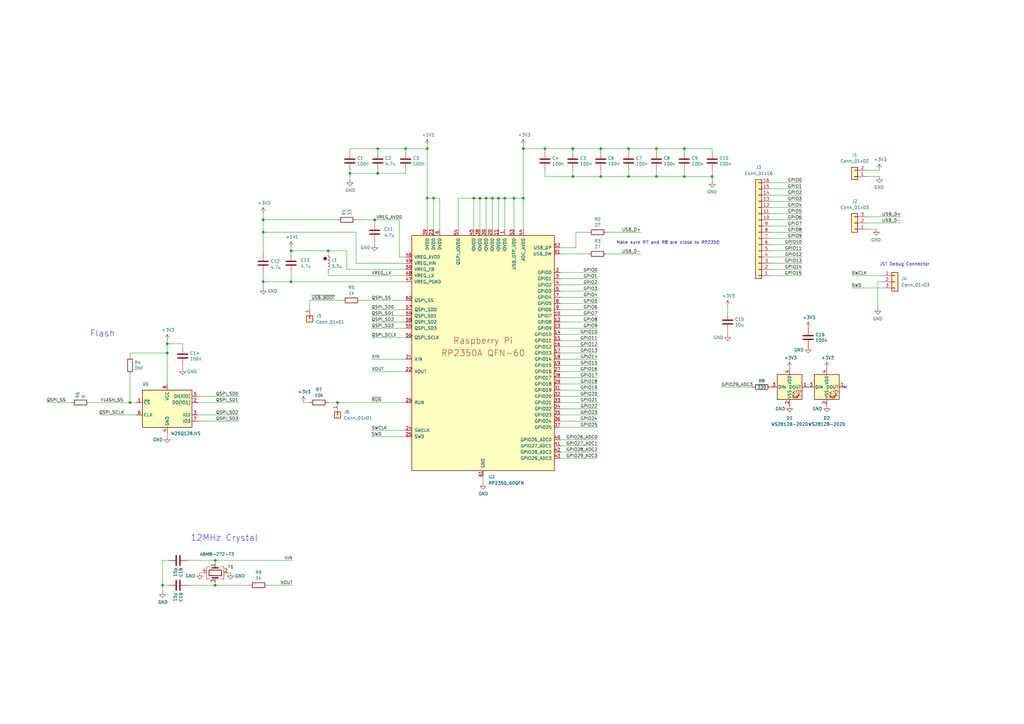
<source format=kicad_sch>
(kicad_sch (version 20230121) (generator eeschema)
  (paper "A3")
  (title_block (title "RP2350A QFN-60 Minimal Design Example") (date "2024-07-01") (rev "REV3") (company "Raspberry Pi Ltd"))
  (lib_symbols
    (symbol "Connector_Generic:Conn_01x01" (pin_names (offset 1.016) hide)
      (property "Reference" "J" (at 0 2.54 0))
      (property "Value" "Conn_01x01" (at 0 -2.54 0))
      (symbol "Conn_01x01_1_1"
        (rectangle (start -1.27 0.127) (end 0 -0.127) (stroke (width 0.1524)))
        (rectangle (start -1.27 1.27) (end 1.27 -1.27) (stroke (width 0.254)) (fill (type background)))
        (pin passive line (at -5.08 0 0) (length 3.81) (name "Pin_1") (number "1"))
      )
    )
    (symbol "Connector_Generic:Conn_01x02" (pin_names (offset 1.016) hide)
      (property "Reference" "J" (at 0 2.54 0))
      (property "Value" "Conn_01x02" (at 0 -5.08 0))
      (symbol "Conn_01x02_1_1"
        (rectangle (start -1.27 -2.413) (end 0 -2.667) (stroke (width 0.1524)))
        (rectangle (start -1.27 0.127) (end 0 -0.127) (stroke (width 0.1524)))
        (rectangle (start -1.27 1.27) (end 1.27 -3.81) (stroke (width 0.254)) (fill (type background)))
        (pin passive line (at -5.08 0 0) (length 3.81) (name "Pin_1") (number "1"))
        (pin passive line (at -5.08 -2.54 0) (length 3.81) (name "Pin_2") (number "2"))
      )
    )
    (symbol "Connector_Generic:Conn_01x03" (pin_names (offset 1.016) hide)
      (property "Reference" "J" (at 0 5.08 0))
      (property "Value" "Conn_01x03" (at 0 -5.08 0))
      (symbol "Conn_01x03_1_1"
        (rectangle (start -1.27 -2.413) (end 0 -2.667) (stroke (width 0.1524)))
        (rectangle (start -1.27 0.127) (end 0 -0.127) (stroke (width 0.1524)))
        (rectangle (start -1.27 2.667) (end 0 2.413) (stroke (width 0.1524)))
        (rectangle (start -1.27 3.81) (end 1.27 -3.81) (stroke (width 0.254)) (fill (type background)))
        (pin passive line (at -5.08 2.54 0) (length 3.81) (name "Pin_1") (number "1"))
        (pin passive line (at -5.08 0 0) (length 3.81) (name "Pin_2") (number "2"))
        (pin passive line (at -5.08 -2.54 0) (length 3.81) (name "Pin_3") (number "3"))
      )
    )
    (symbol "Connector_Generic:Conn_01x16" (pin_names (offset 1.016) hide)
      (property "Reference" "J" (at 0 20.32 0))
      (property "Value" "Conn_01x16" (at 0 -22.86 0))
      (symbol "Conn_01x16_1_1"
        (rectangle (start -1.27 -20.193) (end 0 -20.447) (stroke (width 0.1524)))
        (rectangle (start -1.27 -17.653) (end 0 -17.907) (stroke (width 0.1524)))
        (rectangle (start -1.27 -15.113) (end 0 -15.367) (stroke (width 0.1524)))
        (rectangle (start -1.27 -12.573) (end 0 -12.827) (stroke (width 0.1524)))
        (rectangle (start -1.27 -10.033) (end 0 -10.287) (stroke (width 0.1524)))
        (rectangle (start -1.27 -7.493) (end 0 -7.747) (stroke (width 0.1524)))
        (rectangle (start -1.27 -4.953) (end 0 -5.207) (stroke (width 0.1524)))
        (rectangle (start -1.27 -2.413) (end 0 -2.667) (stroke (width 0.1524)))
        (rectangle (start -1.27 0.127) (end 0 -0.127) (stroke (width 0.1524)))
        (rectangle (start -1.27 2.667) (end 0 2.413) (stroke (width 0.1524)))
        (rectangle (start -1.27 5.207) (end 0 4.953) (stroke (width 0.1524)))
        (rectangle (start -1.27 7.747) (end 0 7.493) (stroke (width 0.1524)))
        (rectangle (start -1.27 10.287) (end 0 10.033) (stroke (width 0.1524)))
        (rectangle (start -1.27 12.827) (end 0 12.573) (stroke (width 0.1524)))
        (rectangle (start -1.27 15.367) (end 0 15.113) (stroke (width 0.1524)))
        (rectangle (start -1.27 17.907) (end 0 17.653) (stroke (width 0.1524)))
        (rectangle (start -1.27 19.05) (end 1.27 -21.59) (stroke (width 0.254)) (fill (type background)))
        (pin passive line (at -5.08 17.78 0) (length 3.81) (name "Pin_1") (number "1"))
        (pin passive line (at -5.08 -5.08 0) (length 3.81) (name "Pin_10") (number "10"))
        (pin passive line (at -5.08 -7.62 0) (length 3.81) (name "Pin_11") (number "11"))
        (pin passive line (at -5.08 -10.16 0) (length 3.81) (name "Pin_12") (number "12"))
        (pin passive line (at -5.08 -12.7 0) (length 3.81) (name "Pin_13") (number "13"))
        (pin passive line (at -5.08 -15.24 0) (length 3.81) (name "Pin_14") (number "14"))
        (pin passive line (at -5.08 -17.78 0) (length 3.81) (name "Pin_15") (number "15"))
        (pin passive line (at -5.08 -20.32 0) (length 3.81) (name "Pin_16") (number "16"))
        (pin passive line (at -5.08 15.24 0) (length 3.81) (name "Pin_2") (number "2"))
        (pin passive line (at -5.08 12.7 0) (length 3.81) (name "Pin_3") (number "3"))
        (pin passive line (at -5.08 10.16 0) (length 3.81) (name "Pin_4") (number "4"))
        (pin passive line (at -5.08 7.62 0) (length 3.81) (name "Pin_5") (number "5"))
        (pin passive line (at -5.08 5.08 0) (length 3.81) (name "Pin_6") (number "6"))
        (pin passive line (at -5.08 2.54 0) (length 3.81) (name "Pin_7") (number "7"))
        (pin passive line (at -5.08 0 0) (length 3.81) (name "Pin_8") (number "8"))
        (pin passive line (at -5.08 -2.54 0) (length 3.81) (name "Pin_9") (number "9"))
      )
    )
    (symbol "Device:C" (pin_numbers hide) (pin_names (offset 0.254))
      (property "Reference" "C" (at 0.635 2.54 0))
      (property "Value" "C" (at 0.635 -2.54 0))
      (symbol "C_0_1"
        (polyline (pts (xy -2.032 -0.762) (xy 2.032 -0.762)) (stroke (width 0.508)))
        (polyline (pts (xy -2.032 0.762) (xy 2.032 0.762)) (stroke (width 0.508)))
      )
      (symbol "C_1_1"
        (pin passive line (at 0 3.81 270) (length 2.794) (name "~") (number "1"))
        (pin passive line (at 0 -3.81 90) (length 2.794) (name "~") (number "2"))
      )
    )
    (symbol "Device:Crystal_GND24" (pin_names (offset 1.016) hide)
      (property "Reference" "Y" (at 3.175 5.08 0))
      (property "Value" "Crystal_GND24" (at 3.175 3.175 0))
      (symbol "Crystal_GND24_0_1"
        (rectangle (start -1.143 2.54) (end 1.143 -2.54) (stroke (width 0.3048)))
        (polyline (pts (xy -2.54 0) (xy -2.032 0)))
        (polyline (pts (xy -2.032 -1.27) (xy -2.032 1.27)) (stroke (width 0.508)))
        (polyline (pts (xy 0 -3.81) (xy 0 -3.556)))
        (polyline (pts (xy 0 3.556) (xy 0 3.81)))
        (polyline (pts (xy 2.032 -1.27) (xy 2.032 1.27)) (stroke (width 0.508)))
        (polyline (pts (xy 2.032 0) (xy 2.54 0)))
        (polyline (pts (xy -2.54 -2.286) (xy -2.54 -3.556) (xy 2.54 -3.556) (xy 2.54 -2.286)))
        (polyline (pts (xy -2.54 2.286) (xy -2.54 3.556) (xy 2.54 3.556) (xy 2.54 2.286)))
      )
      (symbol "Crystal_GND24_1_1"
        (pin passive line (at -3.81 0 0) (length 1.27) (name "1") (number "1"))
        (pin passive line (at 0 5.08 270) (length 1.27) (name "2") (number "2"))
        (pin passive line (at 3.81 0 180) (length 1.27) (name "3") (number "3"))
        (pin passive line (at 0 -5.08 90) (length 1.27) (name "4") (number "4"))
      )
    )
    (symbol "Device:L" (pin_numbers hide) (pin_names (offset 1.016) hide)
      (property "Reference" "L" (at -1.27 0 90))
      (property "Value" "L" (at 1.905 0 90))
      (symbol "L_0_1"
        (arc (start 0 -2.54) (mid 0.6323 -1.905) (end 0 -1.27))
        (arc (start 0 -1.27) (mid 0.6323 -0.635) (end 0 0))
        (arc (start 0 0) (mid 0.6323 0.635) (end 0 1.27))
        (arc (start 0 1.27) (mid 0.6323 1.905) (end 0 2.54))
      )
      (symbol "L_1_1"
        (pin passive line (at 0 3.81 270) (length 1.27) (name "1") (number "1"))
        (pin passive line (at 0 -3.81 90) (length 1.27) (name "2") (number "2"))
      )
    )
    (symbol "Device:R" (pin_numbers hide) (pin_names (offset 0))
      (property "Reference" "R" (at 2.032 0 90))
      (property "Value" "R" (at 0 0 90))
      (symbol "R_0_1"
        (rectangle (start -1.016 -2.54) (end 1.016 2.54) (stroke (width 0.254)))
      )
      (symbol "R_1_1"
        (pin passive line (at 0 3.81 270) (length 1.27) (name "~") (number "1"))
        (pin passive line (at 0 -3.81 90) (length 1.27) (name "~") (number "2"))
      )
    )
    (symbol "LED:WS2812B-2020" (pin_names (offset 0.254))
      (property "Reference" "D" (at 5.08 5.715 0))
      (property "Value" "WS2812B-2020" (at 1.27 -5.715 0))
      (symbol "WS2812B-2020_0_0"
        (text "RGB" (at 2.286 -4.191 0) (effects (font (size 0.762 0.762))))
      )
      (symbol "WS2812B-2020_0_1"
        (polyline (pts (xy 1.27 -3.556) (xy 1.778 -3.556)))
        (polyline (pts (xy 1.27 -2.54) (xy 1.778 -2.54)))
        (polyline (pts (xy 4.699 -3.556) (xy 2.667 -3.556)))
        (polyline (pts (xy 2.286 -2.54) (xy 1.27 -3.556) (xy 1.27 -3.048)))
        (polyline (pts (xy 2.286 -1.524) (xy 1.27 -2.54) (xy 1.27 -2.032)))
        (polyline (pts (xy 3.683 -1.016) (xy 3.683 -3.556) (xy 3.683 -4.064)))
        (polyline (pts (xy 4.699 -1.524) (xy 2.667 -1.524) (xy 3.683 -3.556) (xy 4.699 -1.524)))
        (rectangle (start 5.08 5.08) (end -5.08 -5.08) (stroke (width 0.254)) (fill (type background)))
      )
      (symbol "WS2812B-2020_1_1"
        (pin output line (at 7.62 0 180) (length 2.54) (name "DOUT") (number "1"))
        (pin power_in line (at 0 -7.62 90) (length 2.54) (name "VSS") (number "2"))
        (pin input line (at -7.62 0 0) (length 2.54) (name "DIN") (number "3"))
        (pin power_in line (at 0 7.62 270) (length 2.54) (name "VDD") (number "4"))
      )
    )
    (symbol "MCU_RaspberryPi_RP2350:RP2350_60QFN" (pin_names (offset 1.016))
      (property "Reference" "U" (at -29.21 49.53 0))
      (property "Value" "RP2350_60QFN" (at 24.13 -49.53 0))
      (symbol "RP2350_60QFN_0_0"
        (text "Raspberry Pi" (at 0 5.08 0) (effects (font (size 2.54 2.54))))
      )
      (symbol "RP2350_60QFN_0_1"
        (rectangle (start 29.21 48.26) (end -29.21 -48.26) (stroke (width 0.254)) (fill (type background)))
      )
      (symbol "RP2350_60QFN_1_0"
        (text "RP2350A QFN-60" (at 0 0 0) (effects (font (size 2.54 2.54))))
      )
      (symbol "RP2350_60QFN_1_1"
        (pin power_in line (at 8.89 50.8 270) (length 2.54) (name "IOVDD") (number "1"))
        (pin bidirectional line (at 31.75 15.24 180) (length 2.54) (name "GPIO7") (number "10"))
        (pin power_in line (at 6.35 50.8 270) (length 2.54) (name "IOVDD") (number "11"))
        (pin bidirectional line (at 31.75 12.7 180) (length 2.54) (name "GPIO8") (number "12"))
        (pin bidirectional line (at 31.75 10.16 180) (length 2.54) (name "GPIO9") (number "13"))
        (pin bidirectional line (at 31.75 7.62 180) (length 2.54) (name "GPIO10") (number "14"))
        (pin bidirectional line (at 31.75 5.08 180) (length 2.54) (name "GPIO11") (number "15"))
        (pin bidirectional line (at 31.75 2.54 180) (length 2.54) (name "GPIO12") (number "16"))
        (pin bidirectional line (at 31.75 0 180) (length 2.54) (name "GPIO13") (number "17"))
        (pin bidirectional line (at 31.75 -2.54 180) (length 2.54) (name "GPIO14") (number "18"))
        (pin bidirectional line (at 31.75 -5.08 180) (length 2.54) (name "GPIO15") (number "19"))
        (pin bidirectional line (at 31.75 33.02 180) (length 2.54) (name "GPIO0") (number "2"))
        (pin power_in line (at 3.81 50.8 270) (length 2.54) (name "IOVDD") (number "20"))
        (pin input line (at -31.75 -2.54 0) (length 2.54) (name "XIN") (number "21"))
        (pin passive line (at -31.75 -7.62 0) (length 2.54) (name "XOUT") (number "22"))
        (pin power_in line (at -20.32 50.8 270) (length 2.54) (name "DVDD") (number "23"))
        (pin output line (at -31.75 -31.75 0) (length 2.54) (name "SWCLK") (number "24"))
        (pin bidirectional line (at -31.75 -34.29 0) (length 2.54) (name "SWD") (number "25"))
        (pin input line (at -31.75 -20.32 0) (length 2.54) (name "RUN") (number "26"))
        (pin bidirectional line (at 31.75 -7.62 180) (length 2.54) (name "GPIO16") (number "27"))
        (pin bidirectional line (at 31.75 -10.16 180) (length 2.54) (name "GPIO17") (number "28"))
        (pin bidirectional line (at 31.75 -12.7 180) (length 2.54) (name "GPIO18") (number "29"))
        (pin bidirectional line (at 31.75 30.48 180) (length 2.54) (name "GPIO1") (number "3"))
        (pin power_in line (at 1.27 50.8 270) (length 2.54) (name "IOVDD") (number "30"))
        (pin bidirectional line (at 31.75 -15.24 180) (length 2.54) (name "GPIO19") (number "31"))
        (pin bidirectional line (at 31.75 -17.78 180) (length 2.54) (name "GPIO20") (number "32"))
        (pin bidirectional line (at 31.75 -20.32 180) (length 2.54) (name "GPIO21") (number "33"))
        (pin bidirectional line (at 31.75 -22.86 180) (length 2.54) (name "GPIO22") (number "34"))
        (pin bidirectional line (at 31.75 -25.4 180) (length 2.54) (name "GPIO23") (number "35"))
        (pin bidirectional line (at 31.75 -27.94 180) (length 2.54) (name "GPIO24") (number "36"))
        (pin bidirectional line (at 31.75 -30.48 180) (length 2.54) (name "GPIO25") (number "37"))
        (pin power_in line (at -1.27 50.8 270) (length 2.54) (name "IOVDD") (number "38"))
        (pin power_in line (at -22.86 50.8 270) (length 2.54) (name "DVDD") (number "39"))
        (pin bidirectional line (at 31.75 27.94 180) (length 2.54) (name "GPIO2") (number "4"))
        (pin bidirectional line (at 31.75 -35.56 180) (length 2.54) (name "GPIO26_ADC0") (number "40"))
        (pin bidirectional line (at 31.75 -38.1 180) (length 2.54) (name "GPIO27_ADC1") (number "41"))
        (pin bidirectional line (at 31.75 -40.64 180) (length 2.54) (name "GPIO28_ADC2") (number "42"))
        (pin bidirectional line (at 31.75 -43.18 180) (length 2.54) (name "GPIO29_ADC3") (number "43"))
        (pin power_in line (at 16.51 50.8 270) (length 2.54) (name "ADC_AVDD") (number "44"))
        (pin power_in line (at -3.81 50.8 270) (length 2.54) (name "IOVDD") (number "45"))
        (pin power_in line (at -31.75 39.37 0) (length 2.54) (name "VREG_AVDD") (number "46"))
        (pin power_in line (at -31.75 29.21 0) (length 2.54) (name "VREG_PGND") (number "47"))
        (pin power_out line (at -31.75 31.75 0) (length 2.54) (name "VREG_LX") (number "48"))
        (pin power_in line (at -31.75 36.83 0) (length 2.54) (name "VREG_VIN") (number "49"))
        (pin bidirectional line (at 31.75 25.4 180) (length 2.54) (name "GPIO3") (number "5"))
        (pin input line (at -31.75 34.29 0) (length 2.54) (name "VREG_FB") (number "50"))
        (pin bidirectional line (at 31.75 40.64 180) (length 2.54) (name "USB_DM") (number "51"))
        (pin bidirectional line (at 31.75 43.18 180) (length 2.54) (name "USB_DP") (number "52"))
        (pin power_in line (at 12.7 50.8 270) (length 2.54) (name "USB_OTP_VDD") (number "53"))
        (pin power_in line (at -10.16 50.8 270) (length 2.54) (name "QSPI_IOVDD") (number "54"))
        (pin bidirectional line (at -31.75 10.16 0) (length 2.54) (name "QSPI_SD3") (number "55"))
        (pin output line (at -31.75 6.35 0) (length 2.54) (name "QSPI_SCLK") (number "56"))
        (pin bidirectional line (at -31.75 17.78 0) (length 2.54) (name "QSPI_SD0") (number "57"))
        (pin bidirectional line (at -31.75 12.7 0) (length 2.54) (name "QSPI_SD2") (number "58"))
        (pin bidirectional line (at -31.75 15.24 0) (length 2.54) (name "QSPI_SD1") (number "59"))
        (pin power_in line (at -17.78 50.8 270) (length 2.54) (name "DVDD") (number "6"))
        (pin bidirectional line (at -31.75 21.59 0) (length 2.54) (name "QSPI_SS") (number "60"))
        (pin power_in line (at 0 -50.8 90) (length 2.54) (name "GND") (number "61"))
        (pin bidirectional line (at 31.75 22.86 180) (length 2.54) (name "GPIO4") (number "7"))
        (pin bidirectional line (at 31.75 20.32 180) (length 2.54) (name "GPIO5") (number "8"))
        (pin bidirectional line (at 31.75 17.78 180) (length 2.54) (name "GPIO6") (number "9"))
      )
    )
    (symbol "RP2350A_chip_board-rescue:W25Q128JVS-Memory_Flash"
      (property "Reference" "U" (at -8.89 8.89 0))
      (property "Value" "Memory_Flash_W25Q128JVS" (at 7.62 8.89 0))
      (symbol "W25Q128JVS-Memory_Flash_0_1"
        (rectangle (start -10.16 7.62) (end 10.16 -7.62) (stroke (width 0.254)) (fill (type background)))
      )
      (symbol "W25Q128JVS-Memory_Flash_1_1"
        (pin input line (at -12.7 2.54 0) (length 2.54) (name "~{CS}") (number "1"))
        (pin bidirectional line (at 12.7 2.54 180) (length 2.54) (name "DO(IO1)") (number "2"))
        (pin bidirectional line (at 12.7 -2.54 180) (length 2.54) (name "IO2") (number "3"))
        (pin power_in line (at 0 -10.16 90) (length 2.54) (name "GND") (number "4"))
        (pin bidirectional line (at 12.7 5.08 180) (length 2.54) (name "DI(IO0)") (number "5"))
        (pin input line (at -12.7 -2.54 0) (length 2.54) (name "CLK") (number "6"))
        (pin bidirectional line (at 12.7 -5.08 180) (length 2.54) (name "IO3") (number "7"))
        (pin power_in line (at 0 10.16 270) (length 2.54) (name "VCC") (number "8"))
      )
    )
    (symbol "power:+1V1" (power) (pin_names (offset 0))
      (property "Value" "+1V1" (at 0 3.556 0))
      (symbol "+1V1_0_1"
        (polyline (pts (xy -0.762 1.27) (xy 0 2.54)))
        (polyline (pts (xy 0 0) (xy 0 2.54)))
        (polyline (pts (xy 0 2.54) (xy 0.762 1.27)))
      )
      (symbol "+1V1_1_1"
        (pin power_in line (at 0 0 90) (length 0) hide (name "+1V1") (number "1"))
      )
    )
    (symbol "power:+3V3" (power) (pin_names (offset 0))
      (property "Value" "+3V3" (at 0 3.556 0))
      (symbol "+3V3_0_1"
        (polyline (pts (xy -0.762 1.27) (xy 0 2.54)))
        (polyline (pts (xy 0 0) (xy 0 2.54)))
        (polyline (pts (xy 0 2.54) (xy 0.762 1.27)))
      )
      (symbol "+3V3_1_1"
        (pin power_in line (at 0 0 90) (length 0) hide (name "+3V3") (number "1"))
      )
    )
    (symbol "power:GND" (power) (pin_names (offset 0))
      (property "Value" "GND" (at 0 -3.81 0))
      (symbol "GND_0_1"
        (polyline (pts (xy 0 0) (xy 0 -1.27) (xy 1.27 -1.27) (xy 0 -2.54) (xy -1.27 -1.27) (xy 0 -1.27)))
      )
      (symbol "GND_1_1"
        (pin power_in line (at 0 0 270) (length 0) hide (name "GND") (number "1"))
      )
    )
  )
  (junction (at 257.81 60.96))
  (junction (at 153.67 90.17))
  (junction (at 119.38 102.87))
  (junction (at 194.31 81.28))
  (junction (at 280.67 72.39))
  (junction (at 175.26 81.28))
  (junction (at 138.43 165.1))
  (junction (at 154.94 71.12))
  (junction (at 214.63 60.96))
  (junction (at 196.85 81.28))
  (junction (at 88.265 229.87))
  (junction (at 134.62 102.87))
  (junction (at 119.38 115.57))
  (junction (at 223.52 60.96))
  (junction (at 210.82 81.28))
  (junction (at 66.675 240.03))
  (junction (at 154.94 60.96))
  (junction (at 207.01 81.28))
  (junction (at 269.24 72.39))
  (junction (at 292.1 72.39))
  (junction (at 246.38 72.39))
  (junction (at 204.47 81.28))
  (junction (at 68.58 140.97))
  (junction (at 199.39 81.28))
  (junction (at 175.26 60.96))
  (junction (at 68.58 144.78))
  (junction (at 107.95 115.57))
  (junction (at 280.67 60.96))
  (junction (at 257.81 72.39))
  (junction (at 269.24 60.96))
  (junction (at 166.37 60.96))
  (junction (at 234.95 60.96))
  (junction (at 88.265 240.03))
  (junction (at 234.95 72.39))
  (junction (at 214.63 81.28))
  (junction (at 107.95 90.17))
  (junction (at 177.8 81.28))
  (junction (at 246.38 60.96))
  (junction (at 53.34 165.1))
  (junction (at 201.93 81.28))
  (junction (at 107.95 95.25))
  (junction (at 143.51 71.12))
  (no_connect (at 346.71 158.75))
  (wire (pts (xy 229.87 127) (xy 245.11 127)))
  (wire (pts (xy 153.67 100.33) (xy 153.67 99.06)))
  (wire (pts (xy 146.05 95.25) (xy 146.05 107.95)))
  (wire (pts (xy 229.87 185.42) (xy 245.11 185.42)))
  (wire (pts (xy 360.045 115.57) (xy 360.045 126.365)))
  (wire (pts (xy 154.94 60.96) (xy 166.37 60.96)))
  (wire (pts (xy 229.87 129.54) (xy 245.11 129.54)))
  (wire (pts (xy 360.68 72.39) (xy 355.6 72.39)))
  (wire (pts (xy 88.265 231.14) (xy 88.265 229.87)))
  (wire (pts (xy 234.95 62.23) (xy 234.95 60.96)))
  (wire (pts (xy 234.95 69.85) (xy 234.95 72.39)))
  (wire (pts (xy 163.83 90.17) (xy 163.83 105.41)))
  (wire (pts (xy 207.01 81.28) (xy 210.82 81.28)))
  (wire (pts (xy 154.94 62.23) (xy 154.94 60.96)))
  (wire (pts (xy 166.37 138.43) (xy 152.4 138.43)))
  (wire (pts (xy 154.94 71.12) (xy 166.37 71.12)))
  (wire (pts (xy 229.87 167.64) (xy 245.11 167.64)))
  (wire (pts (xy 229.87 111.76) (xy 245.11 111.76)))
  (wire (pts (xy 143.51 69.85) (xy 143.51 71.12)))
  (wire (pts (xy 153.67 90.17) (xy 163.83 90.17)))
  (wire (pts (xy 229.87 162.56) (xy 245.11 162.56)))
  (wire (pts (xy 246.38 62.23) (xy 246.38 60.96)))
  (wire (pts (xy 127 123.19) (xy 127 125.73)))
  (wire (pts (xy 166.37 176.53) (xy 152.4 176.53)))
  (wire (pts (xy 107.95 90.17) (xy 107.95 95.25)))
  (wire (pts (xy 223.52 62.23) (xy 223.52 60.96)))
  (wire (pts (xy 88.265 240.03) (xy 102.235 240.03)))
  (wire (pts (xy 328.93 77.47) (xy 316.23 77.47)))
  (wire (pts (xy 223.52 69.85) (xy 223.52 72.39)))
  (wire (pts (xy 107.95 95.25) (xy 146.05 95.25)))
  (wire (pts (xy 107.95 95.25) (xy 107.95 104.14)))
  (wire (pts (xy 328.93 102.87) (xy 316.23 102.87)))
  (wire (pts (xy 360.68 69.85) (xy 355.6 69.85)))
  (wire (pts (xy 66.675 240.03) (xy 66.675 242.57)))
  (wire (pts (xy 199.39 93.98) (xy 199.39 81.28)))
  (wire (pts (xy 187.96 93.98) (xy 187.96 81.28)))
  (wire (pts (xy 328.93 105.41) (xy 316.23 105.41)))
  (wire (pts (xy 40.64 170.18) (xy 55.88 170.18)))
  (wire (pts (xy 68.58 139.7) (xy 68.58 140.97)))
  (wire (pts (xy 66.675 229.87) (xy 66.675 240.03)))
  (wire (pts (xy 210.82 81.28) (xy 214.63 81.28)))
  (wire (pts (xy 257.81 60.96) (xy 269.24 60.96)))
  (wire (pts (xy 69.215 229.87) (xy 66.675 229.87)))
  (wire (pts (xy 153.67 90.17) (xy 153.67 91.44)))
  (wire (pts (xy 269.24 72.39) (xy 257.81 72.39)))
  (wire (pts (xy 229.87 175.26) (xy 245.11 175.26)))
  (wire (pts (xy 328.93 87.63) (xy 316.23 87.63)))
  (wire (pts (xy 201.93 81.28) (xy 204.47 81.28)))
  (wire (pts (xy 328.93 110.49) (xy 316.23 110.49)))
  (wire (pts (xy 234.95 72.39) (xy 223.52 72.39)))
  (wire (pts (xy 269.24 69.85) (xy 269.24 72.39)))
  (wire (pts (xy 175.26 60.96) (xy 175.26 81.28)))
  (wire (pts (xy 196.85 81.28) (xy 199.39 81.28)))
  (wire (pts (xy 229.87 139.7) (xy 245.11 139.7)))
  (wire (pts (xy 201.93 93.98) (xy 201.93 81.28)))
  (wire (pts (xy 53.34 144.78) (xy 68.58 144.78)))
  (wire (pts (xy 146.05 107.95) (xy 166.37 107.95)))
  (wire (pts (xy 199.39 81.28) (xy 201.93 81.28)))
  (wire (pts (xy 328.93 80.01) (xy 316.23 80.01)))
  (wire (pts (xy 107.95 87.63) (xy 107.95 90.17)))
  (wire (pts (xy 107.95 115.57) (xy 119.38 115.57)))
  (wire (pts (xy 229.87 132.08) (xy 245.11 132.08)))
  (wire (pts (xy 127 165.1) (xy 124.46 165.1)))
  (wire (pts (xy 234.95 60.96) (xy 246.38 60.96)))
  (wire (pts (xy 53.34 146.05) (xy 53.34 144.78)))
  (wire (pts (xy 119.38 104.14) (xy 119.38 102.87)))
  (wire (pts (xy 229.87 114.3) (xy 245.11 114.3)))
  (wire (pts (xy 81.28 172.72) (xy 97.79 172.72)))
  (wire (pts (xy 166.37 123.19) (xy 147.955 123.19)))
  (wire (pts (xy 143.51 62.23) (xy 143.51 60.96)))
  (wire (pts (xy 107.95 111.76) (xy 107.95 115.57)))
  (wire (pts (xy 328.93 82.55) (xy 316.23 82.55)))
  (wire (pts (xy 166.37 110.49) (xy 142.24 110.49)))
  (wire (pts (xy 53.34 153.67) (xy 53.34 165.1)))
  (wire (pts (xy 68.58 177.8) (xy 68.58 179.07)))
  (wire (pts (xy 229.87 172.72) (xy 245.11 172.72)))
  (wire (pts (xy 140.335 123.19) (xy 127 123.19)))
  (wire (pts (xy 349.25 118.11) (xy 361.95 118.11)))
  (wire (pts (xy 229.87 187.96) (xy 245.11 187.96)))
  (wire (pts (xy 248.92 104.14) (xy 262.89 104.14)))
  (wire (pts (xy 175.26 81.28) (xy 175.26 93.98)))
  (wire (pts (xy 359.41 93.98) (xy 355.6 93.98)))
  (wire (pts (xy 328.93 74.93) (xy 316.23 74.93)))
  (wire (pts (xy 53.34 165.1) (xy 55.88 165.1)))
  (wire (pts (xy 214.63 81.28) (xy 214.63 93.98)))
  (wire (pts (xy 119.38 101.6) (xy 119.38 102.87)))
  (wire (pts (xy 109.855 240.03) (xy 120.015 240.03)))
  (wire (pts (xy 76.835 240.03) (xy 88.265 240.03)))
  (wire (pts (xy 119.38 115.57) (xy 166.37 115.57)))
  (wire (pts (xy 107.95 115.57) (xy 107.95 118.11)))
  (wire (pts (xy 69.215 240.03) (xy 66.675 240.03)))
  (wire (pts (xy 107.95 90.17) (xy 138.43 90.17)))
  (wire (pts (xy 68.58 144.78) (xy 68.58 157.48)))
  (wire (pts (xy 143.51 71.12) (xy 143.51 73.66)))
  (wire (pts (xy 204.47 81.28) (xy 207.01 81.28)))
  (wire (pts (xy 19.05 165.1) (xy 29.21 165.1)))
  (wire (pts (xy 328.93 113.03) (xy 316.23 113.03)))
  (wire (pts (xy 229.87 170.18) (xy 245.11 170.18)))
  (wire (pts (xy 154.94 69.85) (xy 154.94 71.12)))
  (wire (pts (xy 269.24 60.96) (xy 280.67 60.96)))
  (wire (pts (xy 328.93 92.71) (xy 316.23 92.71)))
  (wire (pts (xy 68.58 140.97) (xy 68.58 144.78)))
  (wire (pts (xy 292.1 69.85) (xy 292.1 72.39)))
  (wire (pts (xy 36.83 165.1) (xy 53.34 165.1)))
  (wire (pts (xy 81.28 170.18) (xy 97.79 170.18)))
  (wire (pts (xy 152.4 147.32) (xy 166.37 147.32)))
  (wire (pts (xy 198.12 195.58) (xy 198.12 198.12)))
  (wire (pts (xy 152.4 132.08) (xy 166.37 132.08)))
  (wire (pts (xy 81.915 234.95) (xy 83.185 234.95)))
  (wire (pts (xy 180.34 81.28) (xy 180.34 93.98)))
  (wire (pts (xy 194.31 93.98) (xy 194.31 81.28)))
  (wire (pts (xy 229.87 182.88) (xy 245.11 182.88)))
  (wire (pts (xy 229.87 116.84) (xy 245.11 116.84)))
  (wire (pts (xy 143.51 60.96) (xy 154.94 60.96)))
  (wire (pts (xy 142.24 110.49) (xy 142.24 102.87)))
  (wire (pts (xy 316.23 90.17) (xy 328.93 90.17)))
  (wire (pts (xy 74.93 140.97) (xy 68.58 140.97)))
  (wire (pts (xy 229.87 137.16) (xy 245.11 137.16)))
  (wire (pts (xy 280.67 62.23) (xy 280.67 60.96)))
  (wire (pts (xy 152.4 127) (xy 166.37 127)))
  (wire (pts (xy 236.22 95.25) (xy 236.22 101.6)))
  (wire (pts (xy 229.87 144.78) (xy 245.11 144.78)))
  (wire (pts (xy 257.81 69.85) (xy 257.81 72.39)))
  (wire (pts (xy 214.63 59.69) (xy 214.63 60.96)))
  (wire (pts (xy 257.81 62.23) (xy 257.81 60.96)))
  (wire (pts (xy 229.87 154.94) (xy 245.11 154.94)))
  (wire (pts (xy 146.05 90.17) (xy 153.67 90.17)))
  (wire (pts (xy 152.4 129.54) (xy 166.37 129.54)))
  (wire (pts (xy 152.4 134.62) (xy 166.37 134.62)))
  (wire (pts (xy 269.24 62.23) (xy 269.24 60.96)))
  (wire (pts (xy 229.87 134.62) (xy 245.11 134.62)))
  (wire (pts (xy 134.62 165.1) (xy 138.43 165.1)))
  (wire (pts (xy 280.67 72.39) (xy 269.24 72.39)))
  (wire (pts (xy 74.93 142.24) (xy 74.93 140.97)))
  (wire (pts (xy 298.45 125.73) (xy 298.45 128.27)))
  (wire (pts (xy 166.37 60.96) (xy 175.26 60.96)))
  (wire (pts (xy 229.87 160.02) (xy 245.11 160.02)))
  (wire (pts (xy 246.38 60.96) (xy 257.81 60.96)))
  (wire (pts (xy 257.81 72.39) (xy 246.38 72.39)))
  (wire (pts (xy 214.63 60.96) (xy 223.52 60.96)))
  (wire (pts (xy 134.62 113.03) (xy 166.37 113.03)))
  (wire (pts (xy 119.38 111.76) (xy 119.38 115.57)))
  (wire (pts (xy 229.87 149.86) (xy 245.11 149.86)))
  (wire (pts (xy 119.38 102.87) (xy 134.62 102.87)))
  (wire (pts (xy 246.38 69.85) (xy 246.38 72.39)))
  (wire (pts (xy 166.37 179.07) (xy 152.4 179.07)))
  (wire (pts (xy 236.22 95.25) (xy 241.3 95.25)))
  (wire (pts (xy 177.8 81.28) (xy 180.34 81.28)))
  (wire (pts (xy 93.345 234.95) (xy 94.615 234.95)))
  (wire (pts (xy 196.85 93.98) (xy 196.85 81.28)))
  (wire (pts (xy 229.87 165.1) (xy 245.11 165.1)))
  (wire (pts (xy 248.92 95.25) (xy 262.89 95.25)))
  (wire (pts (xy 210.82 93.98) (xy 210.82 81.28)))
  (wire (pts (xy 175.26 59.69) (xy 175.26 60.96)))
  (wire (pts (xy 349.25 113.03) (xy 361.95 113.03)))
  (wire (pts (xy 229.87 119.38) (xy 245.11 119.38)))
  (wire (pts (xy 280.67 72.39) (xy 292.1 72.39)))
  (wire (pts (xy 292.1 72.39) (xy 292.1 74.295)))
  (wire (pts (xy 134.62 113.03) (xy 134.62 111.76)))
  (wire (pts (xy 328.93 85.09) (xy 316.23 85.09)))
  (wire (pts (xy 295.91 158.75) (xy 308.61 158.75)))
  (wire (pts (xy 229.87 157.48) (xy 245.11 157.48)))
  (wire (pts (xy 355.6 91.44) (xy 369.57 91.44)))
  (wire (pts (xy 229.87 180.34) (xy 245.11 180.34)))
  (wire (pts (xy 280.67 60.96) (xy 292.1 60.96)))
  (wire (pts (xy 328.93 97.79) (xy 316.23 97.79)))
  (wire (pts (xy 194.31 81.28) (xy 196.85 81.28)))
  (wire (pts (xy 204.47 93.98) (xy 204.47 81.28)))
  (wire (pts (xy 229.87 152.4) (xy 245.11 152.4)))
  (wire (pts (xy 134.62 102.87) (xy 134.62 104.14)))
  (wire (pts (xy 229.87 147.32) (xy 245.11 147.32)))
  (wire (pts (xy 166.37 62.23) (xy 166.37 60.96)))
  (wire (pts (xy 229.87 101.6) (xy 236.22 101.6)))
  (wire (pts (xy 316.23 100.33) (xy 328.93 100.33)))
  (wire (pts (xy 246.38 72.39) (xy 234.95 72.39)))
  (wire (pts (xy 143.51 71.12) (xy 154.94 71.12)))
  (wire (pts (xy 187.96 81.28) (xy 194.31 81.28)))
  (wire (pts (xy 177.8 81.28) (xy 175.26 81.28)))
  (wire (pts (xy 207.01 81.28) (xy 207.01 93.98)))
  (wire (pts (xy 361.95 115.57) (xy 360.045 115.57)))
  (wire (pts (xy 88.265 229.87) (xy 120.015 229.87)))
  (wire (pts (xy 229.87 104.14) (xy 241.3 104.14)))
  (wire (pts (xy 142.24 102.87) (xy 134.62 102.87)))
  (wire (pts (xy 355.6 88.9) (xy 369.57 88.9)))
  (wire (pts (xy 88.265 238.76) (xy 88.265 240.03)))
  (wire (pts (xy 229.87 124.46) (xy 245.11 124.46)))
  (wire (pts (xy 229.87 142.24) (xy 245.11 142.24)))
  (wire (pts (xy 214.63 60.96) (xy 214.63 81.28)))
  (wire (pts (xy 229.87 121.92) (xy 245.11 121.92)))
  (wire (pts (xy 163.83 105.41) (xy 166.37 105.41)))
  (wire (pts (xy 298.45 135.89) (xy 298.45 137.16)))
  (wire (pts (xy 81.28 162.56) (xy 97.79 162.56)))
  (wire (pts (xy 223.52 60.96) (xy 234.95 60.96)))
  (wire (pts (xy 166.37 152.4) (xy 152.4 152.4)))
  (wire (pts (xy 328.93 107.95) (xy 316.23 107.95)))
  (wire (pts (xy 292.1 62.23) (xy 292.1 60.96)))
  (wire (pts (xy 76.835 229.87) (xy 88.265 229.87)))
  (wire (pts (xy 81.28 165.1) (xy 97.79 165.1)))
  (wire (pts (xy 328.93 95.25) (xy 316.23 95.25)))
  (wire (pts (xy 166.37 71.12) (xy 166.37 69.85)))
  (wire (pts (xy 177.8 93.98) (xy 177.8 81.28)))
  (wire (pts (xy 138.43 165.1) (xy 166.37 165.1)))
  (wire (pts (xy 280.67 69.85) (xy 280.67 72.39)))
  (wire (pts (xy 74.93 149.86) (xy 74.93 151.13)))
  (circle (center 133.35 106.045) (radius 0.635) (stroke (width 0) (color 132 0 0 1)) (fill (type color) (color 132 0 0 1)))
  (text "JST Debug Connector" (at 360.68 109.22 0) (effects (font (size 1.27 1.27)) (justify left bottom)))
  (text "Flash" (at 36.83 138.43 0) (effects (font (size 2.54 2.54)) (justify left bottom)))
  (text "Make sure R7 and R8 are close to RP2350\n" (at 252.73 100.33 0) (effects (font (size 1.27 1.27)) (justify left bottom)))
  (text "12MHz Crystal" (at 78.105 222.25 0) (effects (font (size 2.54 2.54)) (justify left bottom)))
  (label "XIN" (at 152.4 147.32 0))
  (label "USB_D+" (at 262.89 95.25 180))
  (label "GPIO2" (at 328.93 80.01 180))
  (label "GPIO7" (at 328.93 92.71 180))
  (label "GPIO26_ADC0" (at 245.11 180.34 180))
  (label "QSPI_SS" (at 19.05 165.1 0))
  (label "GPIO15" (at 328.93 113.03 180))
  (label "GPIO4" (at 328.93 85.09 180))
  (label "XOUT" (at 152.4 152.4 0))
  (label "GPIO2" (at 245.11 116.84 180))
  (label "GPIO1" (at 245.11 114.3 180))
  (label "GPIO29_ADC3" (at 295.91 158.75 0))
  (label "USB_D+" (at 369.57 88.9 180))
  (label "GPIO8" (at 328.93 95.25 180))
  (label "QSPI_SD2" (at 97.79 170.18 180))
  (label "FLASH_SS" (at 41.275 165.1 0))
  (label "USB_D-" (at 369.57 91.44 180))
  (label "GPIO0" (at 245.11 111.76 180))
  (label "GPIO14" (at 245.11 147.32 180))
  (label "~{RUN}" (at 152.4 165.1 0))
  (label "GPIO14" (at 328.93 110.49 180))
  (label "GPIO1" (at 328.93 77.47 180))
  (label "QSPI_SD0" (at 152.4 127 0))
  (label "QSPI_SD0" (at 97.79 162.56 180))
  (label "QSPI_SS" (at 152.4 123.19 0))
  (label "SWCLK" (at 152.4 176.53 0))
  (label "GPIO25" (at 245.11 175.26 180))
  (label "SWCLK" (at 349.25 113.03 0))
  (label "QSPI_SD3" (at 97.79 172.72 180))
  (label "GPIO24" (at 245.11 172.72 180))
  (label "GPIO4" (at 245.11 121.92 180))
  (label "XOUT" (at 120.015 240.03 180))
  (label "GPIO5" (at 245.11 124.46 180))
  (label "QSPI_SD2" (at 152.4 132.08 0))
  (label "GPIO19" (at 245.11 160.02 180))
  (label "GPIO5" (at 328.93 87.63 180))
  (label "GPIO9" (at 328.93 97.79 180))
  (label "USB_D-" (at 262.89 104.14 180))
  (label "GPIO8" (at 245.11 132.08 180))
  (label "GPIO6" (at 328.93 90.17 180))
  (label "~{USB_BOOT}" (at 127.635 123.19 0))
  (label "XIN" (at 120.015 229.87 180))
  (label "GPIO10" (at 245.11 137.16 180))
  (label "VREG_AVDD" (at 154.305 90.17 0))
  (label "GPIO18" (at 245.11 157.48 180))
  (label "GPIO9" (at 245.11 134.62 180))
  (label "GPIO20" (at 245.11 162.56 180))
  (label "GPIO12" (at 245.11 142.24 180))
  (label "GPIO10" (at 328.93 100.33 180))
  (label "GPIO22" (at 245.11 167.64 180))
  (label "QSPI_SD1" (at 152.4 129.54 0))
  (label "GPIO13" (at 328.93 107.95 180))
  (label "QSPI_SCLK" (at 152.4 138.43 0))
  (label "QSPI_SCLK" (at 40.64 170.18 0))
  (label "GPIO11" (at 328.93 102.87 180))
  (label "GPIO13" (at 245.11 144.78 180))
  (label "GPIO17" (at 245.11 154.94 180))
  (label "GPIO12" (at 328.93 105.41 180))
  (label "GPIO29_ADC3" (at 245.11 187.96 180))
  (label "GPIO28_ADC2" (at 245.11 185.42 180))
  (label "GPIO0" (at 328.93 74.93 180))
  (label "SWD" (at 349.25 118.11 0))
  (label "GPIO27_ADC1" (at 245.11 182.88 180))
  (label "GPIO3" (at 245.11 119.38 180))
  (label "GPIO11" (at 245.11 139.7 180))
  (label "QSPI_SD1" (at 97.79 165.1 180))
  (label "VREG_LX" (at 152.4 113.03 0))
  (label "GPIO3" (at 328.93 82.55 180))
  (label "SWD" (at 152.4 179.07 0))
  (label "GPIO7" (at 245.11 129.54 180))
  (label "GPIO6" (at 245.11 127 180))
  (label "GPIO15" (at 245.11 149.86 180))
  (label "GPIO21" (at 245.11 165.1 180))
  (label "GPIO16" (at 245.11 152.4 180))
  (label "QSPI_SD3" (at 152.4 134.62 0))
  (label "GPIO23" (at 245.11 170.18 180))
  (symbol (lib_id "RP2350A_chip_board-rescue:W25Q128JVS-Memory_Flash") (at 68.58 167.64 0) (unit 1)
    (property "Reference" "U1" (at 59.69 157.48 0))
    (property "Value" "W25Q128JVS" (at 76.2 177.8 0))
    (property "Footprint" "Package_SO:SOIC-8_5.23x5.23mm_P1.27mm" (effects hide))
    (property "Datasheet" "http://www.winbond.com/resource-files/w25q128jv_dtr%20revc%2003272018%20plus.pdf" (effects hide))
  )
  (symbol (lib_id "power:+3V3") (at 68.58 139.7 0) (unit 1)
    (property "Reference" "#PWR011" (effects hide))
    (property "Value" "+3V3" (at 68.961 135.3058 0))
  )
  (symbol (lib_id "power:GND") (at 68.58 179.07 0) (unit 1)
    (property "Reference" "#PWR017" (effects hide))
    (property "Value" "GND" (at 64.77 180.34 0))
  )
  (symbol (lib_id "Device:R") (at 53.34 149.86 0) (unit 1)
    (property "Reference" "R4" (at 55.118 148.6916 0) (effects (justify left)))
    (property "Value" "DNF" (at 55.118 151.003 0) (effects (justify left)))
    (property "Footprint" "Resistor_SMD:R_0402_1005Metric" (effects hide))
  )
  (symbol (lib_id "Device:C") (at 74.93 146.05 0) (unit 1)
    (property "Reference" "C14" (at 77.851 144.8816 0) (effects (justify left)))
    (property "Value" "100n" (at 77.851 147.193 0) (effects (justify left)))
    (property "Footprint" "Capacitor_SMD:C_0402_1005Metric" (effects hide))
  )
  (symbol (lib_id "power:GND") (at 74.93 151.13 0) (unit 1)
    (property "Reference" "#PWR012" (effects hide))
    (property "Value" "GND" (at 78.74 152.4 0))
  )
  (symbol (lib_id "power:GND") (at 198.12 198.12 0) (unit 1)
    (property "Reference" "#PWR021" (effects hide))
    (property "Value" "GND" (at 198.247 202.5142 0))
  )
  (symbol (lib_id "Device:R") (at 245.11 95.25 270) (unit 1)
    (property "Reference" "R2" (at 245.11 89.9922 90))
    (property "Value" "27" (at 245.11 92.3036 90))
    (property "Footprint" "Resistor_SMD:R_0402_1005Metric" (effects hide))
  )
  (symbol (lib_id "Device:R") (at 245.11 104.14 270) (unit 1)
    (property "Reference" "R3" (at 245.11 98.8822 90))
    (property "Value" "27" (at 245.11 101.1936 90))
    (property "Footprint" "Resistor_SMD:R_0402_1005Metric" (effects hide))
  )
  (symbol (lib_id "power:+3V3") (at 214.63 59.69 0) (unit 1)
    (property "Reference" "#PWR02" (effects hide))
    (property "Value" "+3V3" (at 215.011 55.2958 0))
  )
  (symbol (lib_id "Device:C") (at 223.52 66.04 0) (unit 1)
    (property "Reference" "C4" (at 226.441 64.8716 0) (effects (justify left)))
    (property "Value" "100n" (at 226.441 67.183 0) (effects (justify left)))
    (property "Footprint" "Capacitor_SMD:C_0402_1005Metric" (effects hide))
  )
  (symbol (lib_id "Device:C") (at 234.95 66.04 0) (unit 1)
    (property "Reference" "C5" (at 237.871 64.8716 0) (effects (justify left)))
    (property "Value" "100n" (at 237.871 67.183 0) (effects (justify left)))
    (property "Footprint" "Capacitor_SMD:C_0402_1005Metric" (effects hide))
  )
  (symbol (lib_id "Device:C") (at 246.38 66.04 0) (unit 1)
    (property "Reference" "C6" (at 249.301 64.8716 0) (effects (justify left)))
    (property "Value" "100n" (at 249.301 67.183 0) (effects (justify left)))
    (property "Footprint" "Capacitor_SMD:C_0402_1005Metric" (effects hide))
  )
  (symbol (lib_id "Device:C") (at 257.81 66.04 0) (unit 1)
    (property "Reference" "C7" (at 260.731 64.8716 0) (effects (justify left)))
    (property "Value" "100n" (at 260.731 67.183 0) (effects (justify left)))
    (property "Footprint" "Capacitor_SMD:C_0402_1005Metric" (effects hide))
  )
  (symbol (lib_id "Device:C") (at 269.24 66.04 0) (unit 1)
    (property "Reference" "C8" (at 272.161 64.8716 0) (effects (justify left)))
    (property "Value" "100n" (at 272.161 67.183 0) (effects (justify left)))
    (property "Footprint" "Capacitor_SMD:C_0402_1005Metric" (effects hide))
  )
  (symbol (lib_id "Device:C") (at 280.67 66.04 0) (unit 1)
    (property "Reference" "C9" (at 283.591 64.8716 0) (effects (justify left)))
    (property "Value" "100n" (at 283.591 67.183 0) (effects (justify left)))
    (property "Footprint" "Capacitor_SMD:C_0402_1005Metric" (effects hide))
  )
  (symbol (lib_id "power:+3V3") (at 298.45 125.73 0) (unit 1)
    (property "Reference" "#PWR014" (effects hide))
    (property "Value" "+3V3" (at 298.831 121.3358 0))
  )
  (symbol (lib_id "Device:C") (at 298.45 132.08 0) (unit 1)
    (property "Reference" "C15" (at 301.371 130.9116 0) (effects (justify left)))
    (property "Value" "10u" (at 301.371 133.223 0) (effects (justify left)))
    (property "Footprint" "Capacitor_SMD:C_0805_2012Metric" (effects hide))
  )
  (symbol (lib_id "power:GND") (at 298.45 137.16 0) (unit 1)
    (property "Reference" "#PWR016" (effects hide))
    (property "Value" "GND" (at 294.64 138.43 0))
  )
  (symbol (lib_id "power:+3V3") (at 107.95 87.63 0) (unit 1)
    (property "Reference" "#PWR07" (effects hide))
    (property "Value" "+3V3" (at 108.331 83.2358 0))
  )
  (symbol (lib_id "power:+3V3") (at 339.09 151.13 0) (unit 1)
    (property "Reference" "#PWR022" (effects hide))
    (property "Value" "+3V3" (at 339.471 146.7358 0))
  )
  (symbol (lib_id "Device:C") (at 166.37 66.04 0) (unit 1)
    (property "Reference" "C3" (at 169.291 64.8716 0) (effects (justify left)))
    (property "Value" "100n" (at 169.291 67.183 0) (effects (justify left)))
    (property "Footprint" "Capacitor_SMD:C_0402_1005Metric" (effects hide))
  )
  (symbol (lib_id "Device:R") (at 130.81 165.1 270) (unit 1)
    (property "Reference" "R7" (at 130.81 159.8422 90))
    (property "Value" "10k" (at 130.81 162.1536 90))
    (property "Footprint" "Resistor_SMD:R_0402_1005Metric" (effects hide))
  )
  (symbol (lib_id "Connector_Generic:Conn_01x03") (at 350.52 91.44 180) (unit 1)
    (property "Reference" "J2" (at 350.52 82.55 0))
    (property "Value" "Conn_01x03" (at 350.52 85.09 0))
    (property "Footprint" "Connector_PinSocket_2.54mm:PinSocket_1x03_P2.54mm_Vertical" (effects hide))
  )
  (symbol (lib_id "Device:R") (at 312.42 158.75 270) (unit 1)
    (property "Reference" "R8" (at 312.42 156.21 90))
    (property "Value" "330" (at 312.42 158.75 90))
    (property "Footprint" "Resistor_SMD:R_0402_1005Metric" (effects hide))
  )
  (symbol (lib_id "Connector_Generic:Conn_01x02") (at 350.52 72.39 180) (unit 1)
    (property "Reference" "J1" (at 350.52 63.5 0))
    (property "Value" "Conn_01x02" (at 350.52 66.04 0))
    (property "Footprint" "Connector_PinSocket_2.00mm:PinSocket_1x02_P2.00mm_Vertical" (effects hide))
  )
  (symbol (lib_id "power:GND") (at 153.67 100.33 0) (unit 1)
    (property "Reference" "#PWR09" (effects hide))
    (property "Value" "GND" (at 149.86 101.6 0))
  )
  (symbol (lib_id "MCU_RaspberryPi_RP2350:RP2350_60QFN") (at 198.12 144.78 0) (unit 1)
    (property "Reference" "U2" (at 200.3141 195.58 0) (effects (justify left)))
    (property "Value" "RP2350_60QFN" (at 200.3141 198.12 0) (effects (justify left)))
    (property "Footprint" "RP2350A_chip_board:RP2350-QFN-60-1EP_7x7_P0.4mm_EP3.4x3.4mm_ThermalVias" (effects hide))
  )
  (symbol (lib_id "Device:C") (at 292.1 66.04 0) (unit 1)
    (property "Reference" "C10" (at 295.021 64.8716 0) (effects (justify left)))
    (property "Value" "100n" (at 295.021 67.183 0) (effects (justify left)))
    (property "Footprint" "Capacitor_SMD:C_0402_1005Metric" (effects hide))
  )
  (symbol (lib_id "LED:WS2812B-2020") (at 339.09 158.75 0) (unit 1)
    (property "Reference" "D2" (at 339.09 171.45 0))
    (property "Value" "WS2812B-2020" (at 339.09 173.99 0))
    (property "Footprint" "LED_SMD:LED_WS2812B-2020_PLCC4_2.0x2.0mm" (effects hide))
    (property "Datasheet" "https://cdn-shop.adafruit.com/product-files/4684/4684_WS2812B-2020_V1.3_EN.pdf" (effects hide))
  )
  (symbol (lib_id "power:GND") (at 66.675 242.57 0) (unit 1)
    (property "Reference" "#PWR026" (effects hide))
    (property "Value" "GND" (at 66.802 246.9642 0))
  )
  (symbol (lib_id "Device:R") (at 144.145 123.19 270) (unit 1)
    (property "Reference" "R5" (at 144.145 117.9322 90))
    (property "Value" "1k" (at 144.145 120.2436 90))
    (property "Footprint" "Resistor_SMD:R_0402_1005Metric" (effects hide))
  )
  (symbol (lib_id "Connector_Generic:Conn_01x16") (at 311.15 95.25 180) (unit 1)
    (property "Reference" "J3" (at 311.15 68.58 0))
    (property "Value" "Conn_01x16" (at 311.15 71.12 0))
    (property "Footprint" "Connector_PinSocket_2.00mm:PinSocket_1x16_P2.00mm_Vertical" (effects hide))
  )
  (symbol (lib_id "Device:R") (at 142.24 90.17 90) (unit 1)
    (property "Reference" "R1" (at 141.0716 88.392 0) (effects (justify left)))
    (property "Value" "33" (at 143.383 88.392 0) (effects (justify left)))
    (property "Footprint" "Resistor_SMD:R_0402_1005Metric" (effects hide))
  )
  (symbol (lib_id "Device:C") (at 331.47 138.43 0) (unit 1)
    (property "Reference" "C16" (at 334.391 137.2616 0) (effects (justify left)))
    (property "Value" "100n" (at 334.391 139.573 0) (effects (justify left)))
    (property "Footprint" "Capacitor_SMD:C_0402_1005Metric" (effects hide))
  )
  (symbol (lib_id "Device:C") (at 107.95 107.95 0) (unit 1)
    (property "Reference" "C12" (at 110.871 107.1153 0) (effects (justify left)))
    (property "Value" "4.7u" (at 110.871 109.6522 0) (effects (justify left)))
    (property "Footprint" "RP2350A_chip_board:C_0402_1005Metric_small_pads" (effects hide))
  )
  (symbol (lib_id "power:GND") (at 323.85 166.37 0) (unit 1)
    (property "Reference" "#PWR020" (effects hide))
    (property "Value" "GND" (at 320.04 167.64 0))
  )
  (symbol (lib_id "power:GND") (at 94.615 234.95 0) (unit 1)
    (property "Reference" "#PWR025" (effects hide))
    (property "Value" "GND" (at 98.425 236.22 0))
  )
  (symbol (lib_id "power:GND") (at 360.045 126.365 0) (mirror y) (unit 1)
    (property "Reference" "#PWR015" (effects hide))
    (property "Value" "GND" (at 359.918 130.7592 0))
  )
  (symbol (lib_id "power:GND") (at 339.09 166.37 0) (unit 1)
    (property "Reference" "#PWR023" (effects hide))
    (property "Value" "GND" (at 335.28 167.64 0))
  )
  (symbol (lib_id "Connector_Generic:Conn_01x01") (at 138.43 170.18 270) (unit 1)
    (property "Reference" "J6" (at 140.97 168.91 90) (effects (justify left)))
    (property "Value" "Conn_01x01" (at 140.97 171.45 90) (effects (justify left)))
    (property "Footprint" "Connector_PinSocket_2.54mm:PinSocket_1x01_P2.54mm_Vertical" (effects hide))
  )
  (symbol (lib_id "power:GND") (at 143.51 73.66 0) (unit 1)
    (property "Reference" "#PWR05" (effects hide))
    (property "Value" "GND" (at 143.637 78.0542 0))
  )
  (symbol (lib_id "Device:C") (at 73.025 240.03 270) (unit 1)
    (property "Reference" "C19" (at 74.1934 242.951 0) (effects (justify left)))
    (property "Value" "15p" (at 71.882 242.951 0) (effects (justify left)))
    (property "Footprint" "Capacitor_SMD:C_0402_1005Metric" (effects hide))
  )
  (symbol (lib_id "Device:C") (at 119.38 107.95 0) (unit 1)
    (property "Reference" "C13" (at 123.19 106.68 0) (effects (justify left)))
    (property "Value" "4.7u" (at 123.19 109.22 0) (effects (justify left)))
    (property "Footprint" "RP2350A_chip_board:C_0402_1005Metric_small_pads" (effects hide))
  )
  (symbol (lib_id "Device:C") (at 153.67 95.25 0) (unit 1)
    (property "Reference" "C11" (at 157.48 93.98 0) (effects (justify left)))
    (property "Value" "4.7u" (at 157.48 96.52 0) (effects (justify left)))
    (property "Footprint" "Capacitor_SMD:C_0402_1005Metric" (effects hide))
  )
  (symbol (lib_id "power:+3V3") (at 124.46 165.1 0) (unit 1)
    (property "Reference" "#PWR018" (effects hide))
    (property "Value" "+3V3" (at 124.841 160.7058 0))
  )
  (symbol (lib_id "power:+1V1") (at 175.26 59.69 0) (unit 1)
    (property "Reference" "#PWR01" (effects hide))
    (property "Value" "+1V1" (at 175.641 55.2958 0))
  )
  (symbol (lib_id "Device:R") (at 106.045 240.03 270) (unit 1)
    (property "Reference" "R9" (at 106.045 234.7722 90))
    (property "Value" "1k" (at 106.045 237.0836 90))
    (property "Footprint" "Resistor_SMD:R_0402_1005Metric" (effects hide))
  )
  (symbol (lib_id "LED:WS2812B-2020") (at 323.85 158.75 0) (unit 1)
    (property "Reference" "D1" (at 323.85 171.45 0))
    (property "Value" "WS2812B-2020" (at 323.85 173.99 0))
    (property "Footprint" "LED_SMD:LED_WS2812B-2020_PLCC4_2.0x2.0mm" (effects hide))
    (property "Datasheet" "https://cdn-shop.adafruit.com/product-files/4684/4684_WS2812B-2020_V1.3_EN.pdf" (effects hide))
  )
  (symbol (lib_id "Connector_Generic:Conn_01x03") (at 367.03 115.57 0) (unit 1)
    (property "Reference" "J4" (at 369.57 114.3 0) (effects (justify left)))
    (property "Value" "Conn_01x03" (at 369.57 116.84 0) (effects (justify left)))
    (property "Footprint" "Connector_PinSocket_2.54mm:PinSocket_1x03_P2.54mm_Vertical" (effects hide))
  )
  (symbol (lib_id "power:+3V3") (at 323.85 151.13 0) (unit 1)
    (property "Reference" "#PWR019" (effects hide))
    (property "Value" "+3V3" (at 324.231 146.7358 0))
  )
  (symbol (lib_id "Device:C") (at 143.51 66.04 0) (unit 1)
    (property "Reference" "C1" (at 146.431 64.8716 0) (effects (justify left)))
    (property "Value" "100n" (at 146.431 67.183 0) (effects (justify left)))
    (property "Footprint" "Capacitor_SMD:C_0402_1005Metric" (effects hide))
  )
  (symbol (lib_id "power:+3V3") (at 360.68 69.85 0) (unit 1)
    (property "Reference" "#PWR03" (effects hide))
    (property "Value" "+3V3" (at 361.061 65.4558 0))
  )
  (symbol (lib_id "power:+3V3") (at 331.47 134.62 0) (unit 1)
    (property "Reference" "#PWR027" (effects hide))
    (property "Value" "+3V3" (at 331.851 130.2258 0))
  )
  (symbol (lib_id "Device:C") (at 154.94 66.04 0) (unit 1)
    (property "Reference" "C2" (at 157.861 64.8716 0) (effects (justify left)))
    (property "Value" "4.7u" (at 157.861 67.183 0) (effects (justify left)))
    (property "Footprint" "Capacitor_SMD:C_0402_1005Metric" (effects hide))
  )
  (symbol (lib_id "Device:R") (at 33.02 165.1 90) (unit 1)
    (property "Reference" "R6" (at 31.8516 163.322 0) (effects (justify left)))
    (property "Value" "0" (at 34.163 163.322 0) (effects (justify left)))
    (property "Footprint" "Resistor_SMD:R_0402_1005Metric" (effects hide))
  )
  (symbol (lib_id "power:GND") (at 81.915 234.95 0) (unit 1)
    (property "Reference" "#PWR024" (effects hide))
    (property "Value" "GND" (at 78.105 236.22 0))
  )
  (symbol (lib_id "power:GND") (at 292.1 74.295 0) (mirror y) (unit 1)
    (property "Reference" "#PWR06" (effects hide))
    (property "Value" "GND" (at 291.973 78.6892 0))
  )
  (symbol (lib_id "Device:L") (at 134.62 107.95 0) (unit 1)
    (property "Reference" "L1" (at 135.89 106.68 0) (effects (justify left)))
    (property "Value" "3.3u" (at 135.89 109.22 0) (effects (justify left)))
    (property "Footprint" "RP2350A_chip_board:L_pol_2016" (effects hide))
  )
  (symbol (lib_id "power:GND") (at 331.47 142.24 0) (unit 1)
    (property "Reference" "#PWR028" (effects hide))
    (property "Value" "GND" (at 327.66 143.51 0))
  )
  (symbol (lib_id "Device:Crystal_GND24") (at 88.265 234.95 270) (unit 1)
    (property "Reference" "Y1" (at 93.345 232.41 90) (effects (justify left)))
    (property "Value" "ABM8-272-T3" (at 81.915 227.33 90) (effects (justify left)))
    (property "Footprint" "Crystal:Crystal_SMD_3225-4Pin_3.2x2.5mm" (effects hide))
  )
  (symbol (lib_id "Connector_Generic:Conn_01x01") (at 127 130.81 270) (unit 1)
    (property "Reference" "J5" (at 129.54 129.54 90) (effects (justify left)))
    (property "Value" "Conn_01x01" (at 129.54 132.08 90) (effects (justify left)))
    (property "Footprint" "Connector_PinSocket_2.54mm:PinSocket_1x01_P2.54mm_Vertical" (effects hide))
  )
  (symbol (lib_id "power:GND") (at 359.41 93.98 0) (mirror y) (unit 1)
    (property "Reference" "#PWR08" (effects hide))
    (property "Value" "GND" (at 359.283 98.3742 0))
  )
  (symbol (lib_id "power:GND") (at 107.95 118.11 0) (mirror y) (unit 1)
    (property "Reference" "#PWR013" (effects hide))
    (property "Value" "GND" (at 111.76 119.38 0))
  )
  (symbol (lib_id "Device:C") (at 73.025 229.87 270) (unit 1)
    (property "Reference" "C18" (at 74.1934 232.791 0) (effects (justify left)))
    (property "Value" "15p" (at 71.882 232.791 0) (effects (justify left)))
    (property "Footprint" "Capacitor_SMD:C_0402_1005Metric" (effects hide))
  )
  (symbol (lib_id "power:+1V1") (at 119.38 101.6 0) (unit 1)
    (property "Reference" "#PWR010" (effects hide))
    (property "Value" "+1V1" (at 119.761 97.2058 0))
  )
  (symbol (lib_id "power:GND") (at 360.68 72.39 0) (mirror y) (unit 1)
    (property "Reference" "#PWR04" (effects hide))
    (property "Value" "GND" (at 360.553 76.7842 0))
  )
)
</source>
